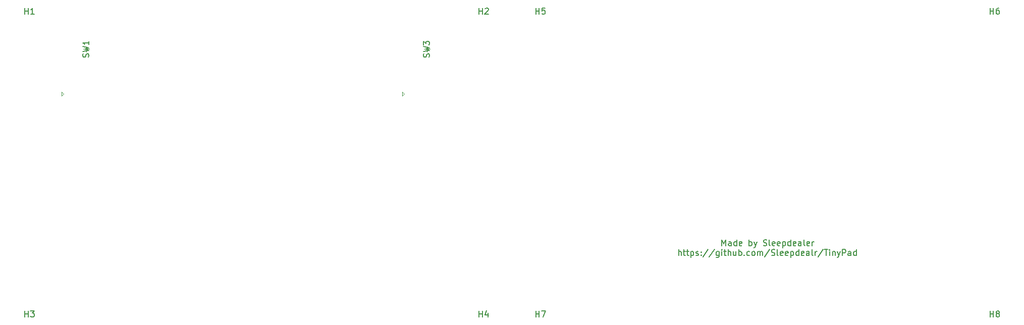
<source format=gbr>
G04 #@! TF.GenerationSoftware,KiCad,Pcbnew,(5.1.4)-1*
G04 #@! TF.CreationDate,2021-01-23T00:36:45-05:00*
G04 #@! TF.ProjectId,macropad,6d616372-6f70-4616-942e-6b696361645f,rev?*
G04 #@! TF.SameCoordinates,Original*
G04 #@! TF.FileFunction,Legend,Top*
G04 #@! TF.FilePolarity,Positive*
%FSLAX46Y46*%
G04 Gerber Fmt 4.6, Leading zero omitted, Abs format (unit mm)*
G04 Created by KiCad (PCBNEW (5.1.4)-1) date 2021-01-23 00:36:45*
%MOMM*%
%LPD*%
G04 APERTURE LIST*
%ADD10C,0.150000*%
%ADD11C,0.120000*%
G04 APERTURE END LIST*
D10*
X224925892Y-96464880D02*
X224925892Y-95464880D01*
X225259226Y-96179166D01*
X225592559Y-95464880D01*
X225592559Y-96464880D01*
X226497321Y-96464880D02*
X226497321Y-95941071D01*
X226449702Y-95845833D01*
X226354464Y-95798214D01*
X226163988Y-95798214D01*
X226068750Y-95845833D01*
X226497321Y-96417261D02*
X226402083Y-96464880D01*
X226163988Y-96464880D01*
X226068750Y-96417261D01*
X226021130Y-96322023D01*
X226021130Y-96226785D01*
X226068750Y-96131547D01*
X226163988Y-96083928D01*
X226402083Y-96083928D01*
X226497321Y-96036309D01*
X227402083Y-96464880D02*
X227402083Y-95464880D01*
X227402083Y-96417261D02*
X227306845Y-96464880D01*
X227116369Y-96464880D01*
X227021130Y-96417261D01*
X226973511Y-96369642D01*
X226925892Y-96274404D01*
X226925892Y-95988690D01*
X226973511Y-95893452D01*
X227021130Y-95845833D01*
X227116369Y-95798214D01*
X227306845Y-95798214D01*
X227402083Y-95845833D01*
X228259226Y-96417261D02*
X228163988Y-96464880D01*
X227973511Y-96464880D01*
X227878273Y-96417261D01*
X227830654Y-96322023D01*
X227830654Y-95941071D01*
X227878273Y-95845833D01*
X227973511Y-95798214D01*
X228163988Y-95798214D01*
X228259226Y-95845833D01*
X228306845Y-95941071D01*
X228306845Y-96036309D01*
X227830654Y-96131547D01*
X229497321Y-96464880D02*
X229497321Y-95464880D01*
X229497321Y-95845833D02*
X229592559Y-95798214D01*
X229783035Y-95798214D01*
X229878273Y-95845833D01*
X229925892Y-95893452D01*
X229973511Y-95988690D01*
X229973511Y-96274404D01*
X229925892Y-96369642D01*
X229878273Y-96417261D01*
X229783035Y-96464880D01*
X229592559Y-96464880D01*
X229497321Y-96417261D01*
X230306845Y-95798214D02*
X230544940Y-96464880D01*
X230783035Y-95798214D02*
X230544940Y-96464880D01*
X230449702Y-96702976D01*
X230402083Y-96750595D01*
X230306845Y-96798214D01*
X231878273Y-96417261D02*
X232021130Y-96464880D01*
X232259226Y-96464880D01*
X232354464Y-96417261D01*
X232402083Y-96369642D01*
X232449702Y-96274404D01*
X232449702Y-96179166D01*
X232402083Y-96083928D01*
X232354464Y-96036309D01*
X232259226Y-95988690D01*
X232068750Y-95941071D01*
X231973511Y-95893452D01*
X231925892Y-95845833D01*
X231878273Y-95750595D01*
X231878273Y-95655357D01*
X231925892Y-95560119D01*
X231973511Y-95512500D01*
X232068750Y-95464880D01*
X232306845Y-95464880D01*
X232449702Y-95512500D01*
X233021130Y-96464880D02*
X232925892Y-96417261D01*
X232878273Y-96322023D01*
X232878273Y-95464880D01*
X233783035Y-96417261D02*
X233687797Y-96464880D01*
X233497321Y-96464880D01*
X233402083Y-96417261D01*
X233354464Y-96322023D01*
X233354464Y-95941071D01*
X233402083Y-95845833D01*
X233497321Y-95798214D01*
X233687797Y-95798214D01*
X233783035Y-95845833D01*
X233830654Y-95941071D01*
X233830654Y-96036309D01*
X233354464Y-96131547D01*
X234640178Y-96417261D02*
X234544940Y-96464880D01*
X234354464Y-96464880D01*
X234259226Y-96417261D01*
X234211607Y-96322023D01*
X234211607Y-95941071D01*
X234259226Y-95845833D01*
X234354464Y-95798214D01*
X234544940Y-95798214D01*
X234640178Y-95845833D01*
X234687797Y-95941071D01*
X234687797Y-96036309D01*
X234211607Y-96131547D01*
X235116369Y-95798214D02*
X235116369Y-96798214D01*
X235116369Y-95845833D02*
X235211607Y-95798214D01*
X235402083Y-95798214D01*
X235497321Y-95845833D01*
X235544940Y-95893452D01*
X235592559Y-95988690D01*
X235592559Y-96274404D01*
X235544940Y-96369642D01*
X235497321Y-96417261D01*
X235402083Y-96464880D01*
X235211607Y-96464880D01*
X235116369Y-96417261D01*
X236449702Y-96464880D02*
X236449702Y-95464880D01*
X236449702Y-96417261D02*
X236354464Y-96464880D01*
X236163988Y-96464880D01*
X236068750Y-96417261D01*
X236021130Y-96369642D01*
X235973511Y-96274404D01*
X235973511Y-95988690D01*
X236021130Y-95893452D01*
X236068750Y-95845833D01*
X236163988Y-95798214D01*
X236354464Y-95798214D01*
X236449702Y-95845833D01*
X237306845Y-96417261D02*
X237211607Y-96464880D01*
X237021130Y-96464880D01*
X236925892Y-96417261D01*
X236878273Y-96322023D01*
X236878273Y-95941071D01*
X236925892Y-95845833D01*
X237021130Y-95798214D01*
X237211607Y-95798214D01*
X237306845Y-95845833D01*
X237354464Y-95941071D01*
X237354464Y-96036309D01*
X236878273Y-96131547D01*
X238211607Y-96464880D02*
X238211607Y-95941071D01*
X238163988Y-95845833D01*
X238068750Y-95798214D01*
X237878273Y-95798214D01*
X237783035Y-95845833D01*
X238211607Y-96417261D02*
X238116369Y-96464880D01*
X237878273Y-96464880D01*
X237783035Y-96417261D01*
X237735416Y-96322023D01*
X237735416Y-96226785D01*
X237783035Y-96131547D01*
X237878273Y-96083928D01*
X238116369Y-96083928D01*
X238211607Y-96036309D01*
X238830654Y-96464880D02*
X238735416Y-96417261D01*
X238687797Y-96322023D01*
X238687797Y-95464880D01*
X239592559Y-96417261D02*
X239497321Y-96464880D01*
X239306845Y-96464880D01*
X239211607Y-96417261D01*
X239163988Y-96322023D01*
X239163988Y-95941071D01*
X239211607Y-95845833D01*
X239306845Y-95798214D01*
X239497321Y-95798214D01*
X239592559Y-95845833D01*
X239640178Y-95941071D01*
X239640178Y-96036309D01*
X239163988Y-96131547D01*
X240068750Y-96464880D02*
X240068750Y-95798214D01*
X240068750Y-95988690D02*
X240116369Y-95893452D01*
X240163988Y-95845833D01*
X240259226Y-95798214D01*
X240354464Y-95798214D01*
X217663988Y-98114880D02*
X217663988Y-97114880D01*
X218092559Y-98114880D02*
X218092559Y-97591071D01*
X218044940Y-97495833D01*
X217949702Y-97448214D01*
X217806845Y-97448214D01*
X217711607Y-97495833D01*
X217663988Y-97543452D01*
X218425892Y-97448214D02*
X218806845Y-97448214D01*
X218568750Y-97114880D02*
X218568750Y-97972023D01*
X218616369Y-98067261D01*
X218711607Y-98114880D01*
X218806845Y-98114880D01*
X218997321Y-97448214D02*
X219378273Y-97448214D01*
X219140178Y-97114880D02*
X219140178Y-97972023D01*
X219187797Y-98067261D01*
X219283035Y-98114880D01*
X219378273Y-98114880D01*
X219711607Y-97448214D02*
X219711607Y-98448214D01*
X219711607Y-97495833D02*
X219806845Y-97448214D01*
X219997321Y-97448214D01*
X220092559Y-97495833D01*
X220140178Y-97543452D01*
X220187797Y-97638690D01*
X220187797Y-97924404D01*
X220140178Y-98019642D01*
X220092559Y-98067261D01*
X219997321Y-98114880D01*
X219806845Y-98114880D01*
X219711607Y-98067261D01*
X220568750Y-98067261D02*
X220663988Y-98114880D01*
X220854464Y-98114880D01*
X220949702Y-98067261D01*
X220997321Y-97972023D01*
X220997321Y-97924404D01*
X220949702Y-97829166D01*
X220854464Y-97781547D01*
X220711607Y-97781547D01*
X220616369Y-97733928D01*
X220568750Y-97638690D01*
X220568750Y-97591071D01*
X220616369Y-97495833D01*
X220711607Y-97448214D01*
X220854464Y-97448214D01*
X220949702Y-97495833D01*
X221425892Y-98019642D02*
X221473511Y-98067261D01*
X221425892Y-98114880D01*
X221378273Y-98067261D01*
X221425892Y-98019642D01*
X221425892Y-98114880D01*
X221425892Y-97495833D02*
X221473511Y-97543452D01*
X221425892Y-97591071D01*
X221378273Y-97543452D01*
X221425892Y-97495833D01*
X221425892Y-97591071D01*
X222616369Y-97067261D02*
X221759226Y-98352976D01*
X223663988Y-97067261D02*
X222806845Y-98352976D01*
X224425892Y-97448214D02*
X224425892Y-98257738D01*
X224378273Y-98352976D01*
X224330654Y-98400595D01*
X224235416Y-98448214D01*
X224092559Y-98448214D01*
X223997321Y-98400595D01*
X224425892Y-98067261D02*
X224330654Y-98114880D01*
X224140178Y-98114880D01*
X224044940Y-98067261D01*
X223997321Y-98019642D01*
X223949702Y-97924404D01*
X223949702Y-97638690D01*
X223997321Y-97543452D01*
X224044940Y-97495833D01*
X224140178Y-97448214D01*
X224330654Y-97448214D01*
X224425892Y-97495833D01*
X224902083Y-98114880D02*
X224902083Y-97448214D01*
X224902083Y-97114880D02*
X224854464Y-97162500D01*
X224902083Y-97210119D01*
X224949702Y-97162500D01*
X224902083Y-97114880D01*
X224902083Y-97210119D01*
X225235416Y-97448214D02*
X225616369Y-97448214D01*
X225378273Y-97114880D02*
X225378273Y-97972023D01*
X225425892Y-98067261D01*
X225521130Y-98114880D01*
X225616369Y-98114880D01*
X225949702Y-98114880D02*
X225949702Y-97114880D01*
X226378273Y-98114880D02*
X226378273Y-97591071D01*
X226330654Y-97495833D01*
X226235416Y-97448214D01*
X226092559Y-97448214D01*
X225997321Y-97495833D01*
X225949702Y-97543452D01*
X227283035Y-97448214D02*
X227283035Y-98114880D01*
X226854464Y-97448214D02*
X226854464Y-97972023D01*
X226902083Y-98067261D01*
X226997321Y-98114880D01*
X227140178Y-98114880D01*
X227235416Y-98067261D01*
X227283035Y-98019642D01*
X227759226Y-98114880D02*
X227759226Y-97114880D01*
X227759226Y-97495833D02*
X227854464Y-97448214D01*
X228044940Y-97448214D01*
X228140178Y-97495833D01*
X228187797Y-97543452D01*
X228235416Y-97638690D01*
X228235416Y-97924404D01*
X228187797Y-98019642D01*
X228140178Y-98067261D01*
X228044940Y-98114880D01*
X227854464Y-98114880D01*
X227759226Y-98067261D01*
X228663988Y-98019642D02*
X228711607Y-98067261D01*
X228663988Y-98114880D01*
X228616369Y-98067261D01*
X228663988Y-98019642D01*
X228663988Y-98114880D01*
X229568750Y-98067261D02*
X229473511Y-98114880D01*
X229283035Y-98114880D01*
X229187797Y-98067261D01*
X229140178Y-98019642D01*
X229092559Y-97924404D01*
X229092559Y-97638690D01*
X229140178Y-97543452D01*
X229187797Y-97495833D01*
X229283035Y-97448214D01*
X229473511Y-97448214D01*
X229568750Y-97495833D01*
X230140178Y-98114880D02*
X230044940Y-98067261D01*
X229997321Y-98019642D01*
X229949702Y-97924404D01*
X229949702Y-97638690D01*
X229997321Y-97543452D01*
X230044940Y-97495833D01*
X230140178Y-97448214D01*
X230283035Y-97448214D01*
X230378273Y-97495833D01*
X230425892Y-97543452D01*
X230473511Y-97638690D01*
X230473511Y-97924404D01*
X230425892Y-98019642D01*
X230378273Y-98067261D01*
X230283035Y-98114880D01*
X230140178Y-98114880D01*
X230902083Y-98114880D02*
X230902083Y-97448214D01*
X230902083Y-97543452D02*
X230949702Y-97495833D01*
X231044940Y-97448214D01*
X231187797Y-97448214D01*
X231283035Y-97495833D01*
X231330654Y-97591071D01*
X231330654Y-98114880D01*
X231330654Y-97591071D02*
X231378273Y-97495833D01*
X231473511Y-97448214D01*
X231616369Y-97448214D01*
X231711607Y-97495833D01*
X231759226Y-97591071D01*
X231759226Y-98114880D01*
X232949702Y-97067261D02*
X232092559Y-98352976D01*
X233235416Y-98067261D02*
X233378273Y-98114880D01*
X233616369Y-98114880D01*
X233711607Y-98067261D01*
X233759226Y-98019642D01*
X233806845Y-97924404D01*
X233806845Y-97829166D01*
X233759226Y-97733928D01*
X233711607Y-97686309D01*
X233616369Y-97638690D01*
X233425892Y-97591071D01*
X233330654Y-97543452D01*
X233283035Y-97495833D01*
X233235416Y-97400595D01*
X233235416Y-97305357D01*
X233283035Y-97210119D01*
X233330654Y-97162500D01*
X233425892Y-97114880D01*
X233663988Y-97114880D01*
X233806845Y-97162500D01*
X234378273Y-98114880D02*
X234283035Y-98067261D01*
X234235416Y-97972023D01*
X234235416Y-97114880D01*
X235140178Y-98067261D02*
X235044940Y-98114880D01*
X234854464Y-98114880D01*
X234759226Y-98067261D01*
X234711607Y-97972023D01*
X234711607Y-97591071D01*
X234759226Y-97495833D01*
X234854464Y-97448214D01*
X235044940Y-97448214D01*
X235140178Y-97495833D01*
X235187797Y-97591071D01*
X235187797Y-97686309D01*
X234711607Y-97781547D01*
X235997321Y-98067261D02*
X235902083Y-98114880D01*
X235711607Y-98114880D01*
X235616369Y-98067261D01*
X235568750Y-97972023D01*
X235568750Y-97591071D01*
X235616369Y-97495833D01*
X235711607Y-97448214D01*
X235902083Y-97448214D01*
X235997321Y-97495833D01*
X236044940Y-97591071D01*
X236044940Y-97686309D01*
X235568750Y-97781547D01*
X236473511Y-97448214D02*
X236473511Y-98448214D01*
X236473511Y-97495833D02*
X236568750Y-97448214D01*
X236759226Y-97448214D01*
X236854464Y-97495833D01*
X236902083Y-97543452D01*
X236949702Y-97638690D01*
X236949702Y-97924404D01*
X236902083Y-98019642D01*
X236854464Y-98067261D01*
X236759226Y-98114880D01*
X236568750Y-98114880D01*
X236473511Y-98067261D01*
X237806845Y-98114880D02*
X237806845Y-97114880D01*
X237806845Y-98067261D02*
X237711607Y-98114880D01*
X237521130Y-98114880D01*
X237425892Y-98067261D01*
X237378273Y-98019642D01*
X237330654Y-97924404D01*
X237330654Y-97638690D01*
X237378273Y-97543452D01*
X237425892Y-97495833D01*
X237521130Y-97448214D01*
X237711607Y-97448214D01*
X237806845Y-97495833D01*
X238663988Y-98067261D02*
X238568750Y-98114880D01*
X238378273Y-98114880D01*
X238283035Y-98067261D01*
X238235416Y-97972023D01*
X238235416Y-97591071D01*
X238283035Y-97495833D01*
X238378273Y-97448214D01*
X238568750Y-97448214D01*
X238663988Y-97495833D01*
X238711607Y-97591071D01*
X238711607Y-97686309D01*
X238235416Y-97781547D01*
X239568750Y-98114880D02*
X239568750Y-97591071D01*
X239521130Y-97495833D01*
X239425892Y-97448214D01*
X239235416Y-97448214D01*
X239140178Y-97495833D01*
X239568750Y-98067261D02*
X239473511Y-98114880D01*
X239235416Y-98114880D01*
X239140178Y-98067261D01*
X239092559Y-97972023D01*
X239092559Y-97876785D01*
X239140178Y-97781547D01*
X239235416Y-97733928D01*
X239473511Y-97733928D01*
X239568750Y-97686309D01*
X240187797Y-98114880D02*
X240092559Y-98067261D01*
X240044940Y-97972023D01*
X240044940Y-97114880D01*
X240568750Y-98114880D02*
X240568750Y-97448214D01*
X240568750Y-97638690D02*
X240616369Y-97543452D01*
X240663988Y-97495833D01*
X240759226Y-97448214D01*
X240854464Y-97448214D01*
X241902083Y-97067261D02*
X241044940Y-98352976D01*
X242092559Y-97114880D02*
X242663988Y-97114880D01*
X242378273Y-98114880D02*
X242378273Y-97114880D01*
X242997321Y-98114880D02*
X242997321Y-97448214D01*
X242997321Y-97114880D02*
X242949702Y-97162500D01*
X242997321Y-97210119D01*
X243044940Y-97162500D01*
X242997321Y-97114880D01*
X242997321Y-97210119D01*
X243473511Y-97448214D02*
X243473511Y-98114880D01*
X243473511Y-97543452D02*
X243521130Y-97495833D01*
X243616369Y-97448214D01*
X243759226Y-97448214D01*
X243854464Y-97495833D01*
X243902083Y-97591071D01*
X243902083Y-98114880D01*
X244283035Y-97448214D02*
X244521130Y-98114880D01*
X244759226Y-97448214D02*
X244521130Y-98114880D01*
X244425892Y-98352976D01*
X244378273Y-98400595D01*
X244283035Y-98448214D01*
X245140178Y-98114880D02*
X245140178Y-97114880D01*
X245521130Y-97114880D01*
X245616369Y-97162500D01*
X245663988Y-97210119D01*
X245711607Y-97305357D01*
X245711607Y-97448214D01*
X245663988Y-97543452D01*
X245616369Y-97591071D01*
X245521130Y-97638690D01*
X245140178Y-97638690D01*
X246568750Y-98114880D02*
X246568750Y-97591071D01*
X246521130Y-97495833D01*
X246425892Y-97448214D01*
X246235416Y-97448214D01*
X246140178Y-97495833D01*
X246568750Y-98067261D02*
X246473511Y-98114880D01*
X246235416Y-98114880D01*
X246140178Y-98067261D01*
X246092559Y-97972023D01*
X246092559Y-97876785D01*
X246140178Y-97781547D01*
X246235416Y-97733928D01*
X246473511Y-97733928D01*
X246568750Y-97686309D01*
X247473511Y-98114880D02*
X247473511Y-97114880D01*
X247473511Y-98067261D02*
X247378273Y-98114880D01*
X247187797Y-98114880D01*
X247092559Y-98067261D01*
X247044940Y-98019642D01*
X246997321Y-97924404D01*
X246997321Y-97638690D01*
X247044940Y-97543452D01*
X247092559Y-97495833D01*
X247187797Y-97448214D01*
X247378273Y-97448214D01*
X247473511Y-97495833D01*
D11*
X171618750Y-71000000D02*
X171318750Y-71300000D01*
X171318750Y-71300000D02*
X171318750Y-70700000D01*
X171318750Y-70700000D02*
X171618750Y-71000000D01*
X174918750Y-63500000D02*
X175918750Y-63500000D01*
X175418750Y-64000000D02*
X175418750Y-63000000D01*
X114468750Y-71000000D02*
X114168750Y-71300000D01*
X114168750Y-71300000D02*
X114168750Y-70700000D01*
X114168750Y-70700000D02*
X114468750Y-71000000D01*
X117768750Y-63500000D02*
X118768750Y-63500000D01*
X118268750Y-64000000D02*
X118268750Y-63000000D01*
D10*
X175823511Y-64833333D02*
X175871130Y-64690476D01*
X175871130Y-64452380D01*
X175823511Y-64357142D01*
X175775892Y-64309523D01*
X175680654Y-64261904D01*
X175585416Y-64261904D01*
X175490178Y-64309523D01*
X175442559Y-64357142D01*
X175394940Y-64452380D01*
X175347321Y-64642857D01*
X175299702Y-64738095D01*
X175252083Y-64785714D01*
X175156845Y-64833333D01*
X175061607Y-64833333D01*
X174966369Y-64785714D01*
X174918750Y-64738095D01*
X174871130Y-64642857D01*
X174871130Y-64404761D01*
X174918750Y-64261904D01*
X174871130Y-63928571D02*
X175871130Y-63690476D01*
X175156845Y-63500000D01*
X175871130Y-63309523D01*
X174871130Y-63071428D01*
X174871130Y-62785714D02*
X174871130Y-62166666D01*
X175252083Y-62500000D01*
X175252083Y-62357142D01*
X175299702Y-62261904D01*
X175347321Y-62214285D01*
X175442559Y-62166666D01*
X175680654Y-62166666D01*
X175775892Y-62214285D01*
X175823511Y-62261904D01*
X175871130Y-62357142D01*
X175871130Y-62642857D01*
X175823511Y-62738095D01*
X175775892Y-62785714D01*
X118673511Y-64833333D02*
X118721130Y-64690476D01*
X118721130Y-64452380D01*
X118673511Y-64357142D01*
X118625892Y-64309523D01*
X118530654Y-64261904D01*
X118435416Y-64261904D01*
X118340178Y-64309523D01*
X118292559Y-64357142D01*
X118244940Y-64452380D01*
X118197321Y-64642857D01*
X118149702Y-64738095D01*
X118102083Y-64785714D01*
X118006845Y-64833333D01*
X117911607Y-64833333D01*
X117816369Y-64785714D01*
X117768750Y-64738095D01*
X117721130Y-64642857D01*
X117721130Y-64404761D01*
X117768750Y-64261904D01*
X117721130Y-63928571D02*
X118721130Y-63690476D01*
X118006845Y-63500000D01*
X118721130Y-63309523D01*
X117721130Y-63071428D01*
X118721130Y-62166666D02*
X118721130Y-62738095D01*
X118721130Y-62452380D02*
X117721130Y-62452380D01*
X117863988Y-62547619D01*
X117959226Y-62642857D01*
X118006845Y-62738095D01*
X269906845Y-108402380D02*
X269906845Y-107402380D01*
X269906845Y-107878571D02*
X270478273Y-107878571D01*
X270478273Y-108402380D02*
X270478273Y-107402380D01*
X271097321Y-107830952D02*
X271002083Y-107783333D01*
X270954464Y-107735714D01*
X270906845Y-107640476D01*
X270906845Y-107592857D01*
X270954464Y-107497619D01*
X271002083Y-107450000D01*
X271097321Y-107402380D01*
X271287797Y-107402380D01*
X271383035Y-107450000D01*
X271430654Y-107497619D01*
X271478273Y-107592857D01*
X271478273Y-107640476D01*
X271430654Y-107735714D01*
X271383035Y-107783333D01*
X271287797Y-107830952D01*
X271097321Y-107830952D01*
X271002083Y-107878571D01*
X270954464Y-107926190D01*
X270906845Y-108021428D01*
X270906845Y-108211904D01*
X270954464Y-108307142D01*
X271002083Y-108354761D01*
X271097321Y-108402380D01*
X271287797Y-108402380D01*
X271383035Y-108354761D01*
X271430654Y-108307142D01*
X271478273Y-108211904D01*
X271478273Y-108021428D01*
X271430654Y-107926190D01*
X271383035Y-107878571D01*
X271287797Y-107830952D01*
X193706845Y-108402380D02*
X193706845Y-107402380D01*
X193706845Y-107878571D02*
X194278273Y-107878571D01*
X194278273Y-108402380D02*
X194278273Y-107402380D01*
X194659226Y-107402380D02*
X195325892Y-107402380D01*
X194897321Y-108402380D01*
X269906845Y-57602380D02*
X269906845Y-56602380D01*
X269906845Y-57078571D02*
X270478273Y-57078571D01*
X270478273Y-57602380D02*
X270478273Y-56602380D01*
X271383035Y-56602380D02*
X271192559Y-56602380D01*
X271097321Y-56650000D01*
X271049702Y-56697619D01*
X270954464Y-56840476D01*
X270906845Y-57030952D01*
X270906845Y-57411904D01*
X270954464Y-57507142D01*
X271002083Y-57554761D01*
X271097321Y-57602380D01*
X271287797Y-57602380D01*
X271383035Y-57554761D01*
X271430654Y-57507142D01*
X271478273Y-57411904D01*
X271478273Y-57173809D01*
X271430654Y-57078571D01*
X271383035Y-57030952D01*
X271287797Y-56983333D01*
X271097321Y-56983333D01*
X271002083Y-57030952D01*
X270954464Y-57078571D01*
X270906845Y-57173809D01*
X193706845Y-57602380D02*
X193706845Y-56602380D01*
X193706845Y-57078571D02*
X194278273Y-57078571D01*
X194278273Y-57602380D02*
X194278273Y-56602380D01*
X195230654Y-56602380D02*
X194754464Y-56602380D01*
X194706845Y-57078571D01*
X194754464Y-57030952D01*
X194849702Y-56983333D01*
X195087797Y-56983333D01*
X195183035Y-57030952D01*
X195230654Y-57078571D01*
X195278273Y-57173809D01*
X195278273Y-57411904D01*
X195230654Y-57507142D01*
X195183035Y-57554761D01*
X195087797Y-57602380D01*
X194849702Y-57602380D01*
X194754464Y-57554761D01*
X194706845Y-57507142D01*
X184181845Y-108402380D02*
X184181845Y-107402380D01*
X184181845Y-107878571D02*
X184753273Y-107878571D01*
X184753273Y-108402380D02*
X184753273Y-107402380D01*
X185658035Y-107735714D02*
X185658035Y-108402380D01*
X185419940Y-107354761D02*
X185181845Y-108069047D01*
X185800892Y-108069047D01*
X107981845Y-108402380D02*
X107981845Y-107402380D01*
X107981845Y-107878571D02*
X108553273Y-107878571D01*
X108553273Y-108402380D02*
X108553273Y-107402380D01*
X108934226Y-107402380D02*
X109553273Y-107402380D01*
X109219940Y-107783333D01*
X109362797Y-107783333D01*
X109458035Y-107830952D01*
X109505654Y-107878571D01*
X109553273Y-107973809D01*
X109553273Y-108211904D01*
X109505654Y-108307142D01*
X109458035Y-108354761D01*
X109362797Y-108402380D01*
X109077083Y-108402380D01*
X108981845Y-108354761D01*
X108934226Y-108307142D01*
X184181845Y-57602380D02*
X184181845Y-56602380D01*
X184181845Y-57078571D02*
X184753273Y-57078571D01*
X184753273Y-57602380D02*
X184753273Y-56602380D01*
X185181845Y-56697619D02*
X185229464Y-56650000D01*
X185324702Y-56602380D01*
X185562797Y-56602380D01*
X185658035Y-56650000D01*
X185705654Y-56697619D01*
X185753273Y-56792857D01*
X185753273Y-56888095D01*
X185705654Y-57030952D01*
X185134226Y-57602380D01*
X185753273Y-57602380D01*
X107981845Y-57602380D02*
X107981845Y-56602380D01*
X107981845Y-57078571D02*
X108553273Y-57078571D01*
X108553273Y-57602380D02*
X108553273Y-56602380D01*
X109553273Y-57602380D02*
X108981845Y-57602380D01*
X109267559Y-57602380D02*
X109267559Y-56602380D01*
X109172321Y-56745238D01*
X109077083Y-56840476D01*
X108981845Y-56888095D01*
M02*

</source>
